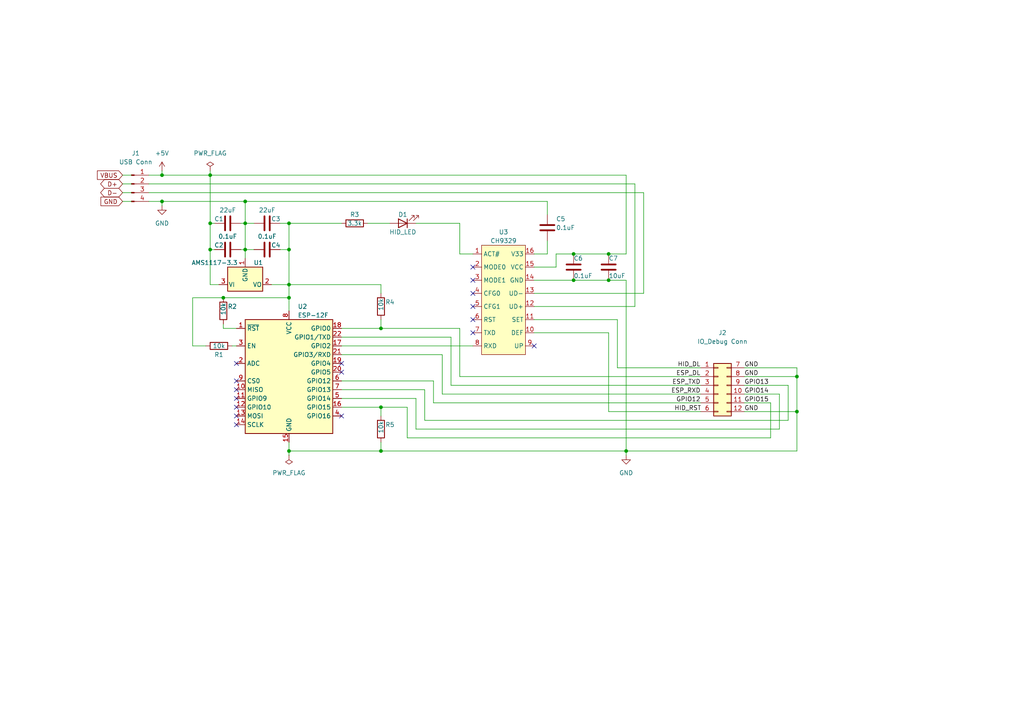
<source format=kicad_sch>
(kicad_sch (version 20211123) (generator eeschema)
  (paper "A4")
  (title_block (title "ESP8266_Tiny_USB_HID") (date "2022-03-27") (rev "Alpha 0.1") (company "Adamwuqwq"))
  (lib_symbols
    (symbol "Connector:Conn_01x04_Male" (pin_names (offset 1.016) hide)
      (property "Reference" "J" (at 0 5.08 0))
      (property "Value" "Conn_01x04_Male" (at 0 -7.62 0))
      (symbol "Conn_01x04_Male_1_1"
        (polyline (pts (xy 1.27 -5.08) (xy 0.8636 -5.08)) (stroke (width 0.1524)))
        (polyline (pts (xy 1.27 -2.54) (xy 0.8636 -2.54)) (stroke (width 0.1524)))
        (polyline (pts (xy 1.27 0) (xy 0.8636 0)) (stroke (width 0.1524)))
        (polyline (pts (xy 1.27 2.54) (xy 0.8636 2.54)) (stroke (width 0.1524)))
        (rectangle (start 0.8636 -4.953) (end 0 -5.207) (stroke (width 0.1524)) (fill (type outline)))
        (rectangle (start 0.8636 -2.413) (end 0 -2.667) (stroke (width 0.1524)) (fill (type outline)))
        (rectangle (start 0.8636 0.127) (end 0 -0.127) (stroke (width 0.1524)) (fill (type outline)))
        (rectangle (start 0.8636 2.667) (end 0 2.413) (stroke (width 0.1524)) (fill (type outline)))
        (pin passive line (at 5.08 2.54 180) (length 3.81) (name "Pin_1") (number "1"))
        (pin passive line (at 5.08 0 180) (length 3.81) (name "Pin_2") (number "2"))
        (pin passive line (at 5.08 -2.54 180) (length 3.81) (name "Pin_3") (number "3"))
        (pin passive line (at 5.08 -5.08 180) (length 3.81) (name "Pin_4") (number "4"))
      )
    )
    (symbol "Connector_Generic:Conn_02x06_Top_Bottom" (pin_names (offset 1.016) hide)
      (property "Reference" "J" (at 1.27 7.62 0))
      (property "Value" "Conn_02x06_Top_Bottom" (at 1.27 -10.16 0))
      (symbol "Conn_02x06_Top_Bottom_1_1"
        (rectangle (start -1.27 -7.493) (end 0 -7.747) (stroke (width 0.1524)))
        (rectangle (start -1.27 -4.953) (end 0 -5.207) (stroke (width 0.1524)))
        (rectangle (start -1.27 -2.413) (end 0 -2.667) (stroke (width 0.1524)))
        (rectangle (start -1.27 0.127) (end 0 -0.127) (stroke (width 0.1524)))
        (rectangle (start -1.27 2.667) (end 0 2.413) (stroke (width 0.1524)))
        (rectangle (start -1.27 5.207) (end 0 4.953) (stroke (width 0.1524)))
        (rectangle (start -1.27 6.35) (end 3.81 -8.89) (stroke (width 0.254)) (fill (type background)))
        (rectangle (start 3.81 -7.493) (end 2.54 -7.747) (stroke (width 0.1524)))
        (rectangle (start 3.81 -4.953) (end 2.54 -5.207) (stroke (width 0.1524)))
        (rectangle (start 3.81 -2.413) (end 2.54 -2.667) (stroke (width 0.1524)))
        (rectangle (start 3.81 0.127) (end 2.54 -0.127) (stroke (width 0.1524)))
        (rectangle (start 3.81 2.667) (end 2.54 2.413) (stroke (width 0.1524)))
        (rectangle (start 3.81 5.207) (end 2.54 4.953) (stroke (width 0.1524)))
        (pin passive line (at -5.08 5.08 0) (length 3.81) (name "Pin_1") (number "1"))
        (pin passive line (at 7.62 -2.54 180) (length 3.81) (name "Pin_10") (number "10"))
        (pin passive line (at 7.62 -5.08 180) (length 3.81) (name "Pin_11") (number "11"))
        (pin passive line (at 7.62 -7.62 180) (length 3.81) (name "Pin_12") (number "12"))
        (pin passive line (at -5.08 2.54 0) (length 3.81) (name "Pin_2") (number "2"))
        (pin passive line (at -5.08 0 0) (length 3.81) (name "Pin_3") (number "3"))
        (pin passive line (at -5.08 -2.54 0) (length 3.81) (name "Pin_4") (number "4"))
        (pin passive line (at -5.08 -5.08 0) (length 3.81) (name "Pin_5") (number "5"))
        (pin passive line (at -5.08 -7.62 0) (length 3.81) (name "Pin_6") (number "6"))
        (pin passive line (at 7.62 5.08 180) (length 3.81) (name "Pin_7") (number "7"))
        (pin passive line (at 7.62 2.54 180) (length 3.81) (name "Pin_8") (number "8"))
        (pin passive line (at 7.62 0 180) (length 3.81) (name "Pin_9") (number "9"))
      )
    )
    (symbol "Device:C" (pin_numbers hide) (pin_names (offset 0.254))
      (property "Reference" "C" (at 0.635 2.54 0))
      (property "Value" "C" (at 0.635 -2.54 0))
      (symbol "C_0_1"
        (polyline (pts (xy -2.032 -0.762) (xy 2.032 -0.762)) (stroke (width 0.508)))
        (polyline (pts (xy -2.032 0.762) (xy 2.032 0.762)) (stroke (width 0.508)))
      )
      (symbol "C_1_1"
        (pin passive line (at 0 3.81 270) (length 2.794) (name "~") (number "1"))
        (pin passive line (at 0 -3.81 90) (length 2.794) (name "~") (number "2"))
      )
    )
    (symbol "Device:LED" (pin_numbers hide) (pin_names (offset 1.016) hide)
      (property "Reference" "D" (at 0 2.54 0))
      (property "Value" "LED" (at 0 -2.54 0))
      (symbol "LED_0_1"
        (polyline (pts (xy -1.27 -1.27) (xy -1.27 1.27)) (stroke (width 0.254)))
        (polyline (pts (xy -1.27 0) (xy 1.27 0)))
        (polyline (pts (xy 1.27 -1.27) (xy 1.27 1.27) (xy -1.27 0) (xy 1.27 -1.27)) (stroke (width 0.254)))
        (polyline (pts (xy -3.048 -0.762) (xy -4.572 -2.286) (xy -3.81 -2.286) (xy -4.572 -2.286) (xy -4.572 -1.524)))
        (polyline (pts (xy -1.778 -0.762) (xy -3.302 -2.286) (xy -2.54 -2.286) (xy -3.302 -2.286) (xy -3.302 -1.524)))
      )
      (symbol "LED_1_1"
        (pin passive line (at -3.81 0 0) (length 2.54) (name "K") (number "1"))
        (pin passive line (at 3.81 0 180) (length 2.54) (name "A") (number "2"))
      )
    )
    (symbol "Device:R" (pin_numbers hide) (pin_names (offset 0))
      (property "Reference" "R" (at 2.032 0 90))
      (property "Value" "R" (at 0 0 90))
      (symbol "R_0_1"
        (rectangle (start -1.016 -2.54) (end 1.016 2.54) (stroke (width 0.254)))
      )
      (symbol "R_1_1"
        (pin passive line (at 0 3.81 270) (length 1.27) (name "~") (number "1"))
        (pin passive line (at 0 -3.81 90) (length 1.27) (name "~") (number "2"))
      )
    )
    (symbol "RF_Module:ESP-12F"
      (property "Reference" "U" (at -12.7 19.05 0))
      (property "Value" "ESP-12F" (at 12.7 19.05 0))
      (symbol "ESP-12F_0_1"
        (rectangle (start -12.7 17.78) (end 12.7 -15.24) (stroke (width 0.254)) (fill (type background)))
      )
      (symbol "ESP-12F_1_1"
        (pin input line (at -15.24 15.24 0) (length 2.54) (name "~{RST}") (number "1"))
        (pin bidirectional line (at -15.24 -2.54 0) (length 2.54) (name "MISO") (number "10"))
        (pin bidirectional line (at -15.24 -5.08 0) (length 2.54) (name "GPIO9") (number "11"))
        (pin bidirectional line (at -15.24 -7.62 0) (length 2.54) (name "GPIO10") (number "12"))
        (pin bidirectional line (at -15.24 -10.16 0) (length 2.54) (name "MOSI") (number "13"))
        (pin bidirectional line (at -15.24 -12.7 0) (length 2.54) (name "SCLK") (number "14"))
        (pin power_in line (at 0 -17.78 90) (length 2.54) (name "GND") (number "15"))
        (pin bidirectional line (at 15.24 -7.62 180) (length 2.54) (name "GPIO15") (number "16"))
        (pin bidirectional line (at 15.24 10.16 180) (length 2.54) (name "GPIO2") (number "17"))
        (pin bidirectional line (at 15.24 15.24 180) (length 2.54) (name "GPIO0") (number "18"))
        (pin bidirectional line (at 15.24 5.08 180) (length 2.54) (name "GPIO4") (number "19"))
        (pin input line (at -15.24 5.08 0) (length 2.54) (name "ADC") (number "2"))
        (pin bidirectional line (at 15.24 2.54 180) (length 2.54) (name "GPIO5") (number "20"))
        (pin bidirectional line (at 15.24 7.62 180) (length 2.54) (name "GPIO3/RXD") (number "21"))
        (pin bidirectional line (at 15.24 12.7 180) (length 2.54) (name "GPIO1/TXD") (number "22"))
        (pin input line (at -15.24 10.16 0) (length 2.54) (name "EN") (number "3"))
        (pin bidirectional line (at 15.24 -10.16 180) (length 2.54) (name "GPIO16") (number "4"))
        (pin bidirectional line (at 15.24 -5.08 180) (length 2.54) (name "GPIO14") (number "5"))
        (pin bidirectional line (at 15.24 0 180) (length 2.54) (name "GPIO12") (number "6"))
        (pin bidirectional line (at 15.24 -2.54 180) (length 2.54) (name "GPIO13") (number "7"))
        (pin power_in line (at 0 20.32 270) (length 2.54) (name "VCC") (number "8"))
        (pin input line (at -15.24 0 0) (length 2.54) (name "CS0") (number "9"))
      )
    )
    (symbol "Regulator_Linear:AMS1117-3.3" (pin_names (offset 0.254))
      (property "Reference" "U" (at -3.81 3.175 0))
      (property "Value" "AMS1117-3.3" (at 0 3.175 0))
      (symbol "AMS1117-3.3_0_1"
        (rectangle (start -5.08 -5.08) (end 5.08 1.905) (stroke (width 0.254)) (fill (type background)))
      )
      (symbol "AMS1117-3.3_1_1"
        (pin power_in line (at 0 -7.62 90) (length 2.54) (name "GND") (number "1"))
        (pin power_out line (at 7.62 0 180) (length 2.54) (name "VO") (number "2"))
        (pin power_in line (at -7.62 0 0) (length 2.54) (name "VI") (number "3"))
      )
    )
    (symbol "ch9329:CH9329" (pin_names (offset 0.5))
      (property "Reference" "U3" (at 0 19.05 0))
      (property "Value" "CH9329" (at 0 16.51 0))
      (symbol "CH9329_0_1"
        (rectangle (start -6.35 15.24) (end 6.35 -16.51) (fill (type background)))
      )
      (symbol "CH9329_1_1"
        (pin output line (at -8.89 12.7 0) (length 2.54) (name "ACT#") (number "1"))
        (pin input line (at 8.89 -10.16 180) (length 2.54) (name "DEF") (number "10"))
        (pin input line (at 8.89 -6.35 180) (length 2.54) (name "SET") (number "11"))
        (pin bidirectional line (at 8.89 -2.54 180) (length 2.54) (name "UD+") (number "12"))
        (pin bidirectional line (at 8.89 1.27 180) (length 2.54) (name "UD-") (number "13"))
        (pin power_in line (at 8.89 5.08 180) (length 2.54) (name "GND") (number "14"))
        (pin power_in line (at 8.89 8.89 180) (length 2.54) (name "VCC") (number "15"))
        (pin free line (at 8.89 12.7 180) (length 2.54) (name "V33") (number "16"))
        (pin input line (at -8.89 8.89 0) (length 2.54) (name "MODE0") (number "2"))
        (pin input line (at -8.89 5.08 0) (length 2.54) (name "MODE1") (number "3"))
        (pin input line (at -8.89 1.27 0) (length 2.54) (name "CFG0") (number "4"))
        (pin input line (at -8.89 -2.54 0) (length 2.54) (name "CFG1") (number "5"))
        (pin input line (at -8.89 -6.35 0) (length 2.54) (name "RST") (number "6"))
        (pin output line (at -8.89 -10.16 0) (length 2.54) (name "TXD") (number "7"))
        (pin input line (at -8.89 -13.97 0) (length 2.54) (name "RXD") (number "8"))
        (pin output line (at 8.89 -13.97 180) (length 2.54) (name "UP") (number "9"))
      )
    )
    (symbol "power:+5V" (power) (pin_names (offset 0))
      (property "Value" "+5V" (at 0 3.556 0))
      (symbol "+5V_0_1"
        (polyline (pts (xy -0.762 1.27) (xy 0 2.54)))
        (polyline (pts (xy 0 0) (xy 0 2.54)))
        (polyline (pts (xy 0 2.54) (xy 0.762 1.27)))
      )
      (symbol "+5V_1_1"
        (pin power_in line (at 0 0 90) (length 0) hide (name "+5V") (number "1"))
      )
    )
    (symbol "power:GND" (power) (pin_names (offset 0))
      (property "Value" "GND" (at 0 -3.81 0))
      (symbol "GND_0_1"
        (polyline (pts (xy 0 0) (xy 0 -1.27) (xy 1.27 -1.27) (xy 0 -2.54) (xy -1.27 -1.27) (xy 0 -1.27)))
      )
      (symbol "GND_1_1"
        (pin power_in line (at 0 0 270) (length 0) hide (name "GND") (number "1"))
      )
    )
    (symbol "power:PWR_FLAG" (power) (pin_numbers hide) (pin_names (offset 0) hide)
      (property "Value" "PWR_FLAG" (at 0 3.81 0))
      (symbol "PWR_FLAG_0_0"
        (pin power_out line (at 0 0 90) (length 0) (name "pwr") (number "1"))
      )
      (symbol "PWR_FLAG_0_1"
        (polyline (pts (xy 0 0) (xy 0 1.27) (xy -1.016 1.905) (xy 0 2.54) (xy 1.016 1.905) (xy 0 1.27)))
      )
    )
  )
  (junction (at 176.53 81.28))
  (junction (at 110.49 118.11))
  (junction (at 71.12 58.42))
  (junction (at 176.53 73.66))
  (junction (at 60.96 72.39))
  (junction (at 46.99 58.42))
  (junction (at 83.82 72.39))
  (junction (at 83.82 64.77))
  (junction (at 71.12 64.77))
  (junction (at 110.49 130.81))
  (junction (at 64.77 86.36))
  (junction (at 83.82 86.36))
  (junction (at 231.14 119.38))
  (junction (at 231.14 109.22))
  (junction (at 60.96 64.77))
  (junction (at 181.61 130.81))
  (junction (at 166.37 73.66))
  (junction (at 83.82 130.81))
  (junction (at 71.12 72.39))
  (junction (at 60.96 50.8))
  (junction (at 166.37 81.28))
  (junction (at 46.99 50.8))
  (junction (at 110.49 95.25))
  (junction (at 83.82 82.55))
  (no_connect (at 137.16 77.47))
  (no_connect (at 137.16 81.28))
  (no_connect (at 137.16 85.09))
  (no_connect (at 137.16 88.9))
  (no_connect (at 137.16 92.71))
  (no_connect (at 137.16 96.52))
  (no_connect (at 68.58 123.19))
  (no_connect (at 154.94 100.33))
  (no_connect (at 99.06 105.41))
  (no_connect (at 99.06 107.95))
  (no_connect (at 99.06 120.65))
  (no_connect (at 68.58 105.41))
  (no_connect (at 68.58 120.65))
  (no_connect (at 68.58 118.11))
  (no_connect (at 68.58 115.57))
  (no_connect (at 68.58 113.03))
  (no_connect (at 68.58 110.49))
  (wire (pts (xy 55.88 100.33) (xy 55.88 86.36)))
  (wire (pts (xy 179.07 92.71) (xy 179.07 106.68)))
  (wire (pts (xy 158.75 73.66) (xy 158.75 69.85)))
  (wire (pts (xy 120.65 115.57) (xy 120.65 124.46)))
  (wire (pts (xy 133.35 109.22) (xy 203.2 109.22)))
  (wire (pts (xy 226.06 114.3) (xy 226.06 124.46)))
  (wire (pts (xy 60.96 50.8) (xy 60.96 64.77)))
  (wire (pts (xy 118.11 118.11) (xy 118.11 127)))
  (wire (pts (xy 228.6 121.92) (xy 228.6 111.76)))
  (wire (pts (xy 181.61 81.28) (xy 181.61 130.81)))
  (wire (pts (xy 69.85 64.77) (xy 71.12 64.77)))
  (wire (pts (xy 99.06 100.33) (xy 137.16 100.33)))
  (wire (pts (xy 43.18 50.8) (xy 46.99 50.8)))
  (wire (pts (xy 60.96 64.77) (xy 62.23 64.77)))
  (wire (pts (xy 110.49 82.55) (xy 110.49 85.09)))
  (wire (pts (xy 176.53 119.38) (xy 203.2 119.38)))
  (wire (pts (xy 106.68 64.77) (xy 113.03 64.77)))
  (wire (pts (xy 120.65 64.77) (xy 133.35 64.77)))
  (wire (pts (xy 83.82 64.77) (xy 99.06 64.77)))
  (wire (pts (xy 35.56 58.42) (xy 38.1 58.42)))
  (wire (pts (xy 83.82 82.55) (xy 110.49 82.55)))
  (wire (pts (xy 99.06 102.87) (xy 128.27 102.87)))
  (wire (pts (xy 215.9 119.38) (xy 231.14 119.38)))
  (wire (pts (xy 154.94 92.71) (xy 179.07 92.71)))
  (wire (pts (xy 99.06 110.49) (xy 125.73 110.49)))
  (wire (pts (xy 154.94 88.9) (xy 184.15 88.9)))
  (wire (pts (xy 46.99 50.8) (xy 60.96 50.8)))
  (wire (pts (xy 176.53 96.52) (xy 176.53 119.38)))
  (wire (pts (xy 110.49 95.25) (xy 110.49 92.71)))
  (wire (pts (xy 55.88 100.33) (xy 59.69 100.33)))
  (wire (pts (xy 133.35 73.66) (xy 137.16 73.66)))
  (wire (pts (xy 215.9 109.22) (xy 231.14 109.22)))
  (wire (pts (xy 46.99 58.42) (xy 46.99 59.69)))
  (wire (pts (xy 154.94 77.47) (xy 161.29 77.47)))
  (wire (pts (xy 60.96 72.39) (xy 62.23 72.39)))
  (wire (pts (xy 223.52 116.84) (xy 223.52 127)))
  (wire (pts (xy 71.12 72.39) (xy 73.66 72.39)))
  (wire (pts (xy 69.85 72.39) (xy 71.12 72.39)))
  (wire (pts (xy 226.06 124.46) (xy 120.65 124.46)))
  (wire (pts (xy 118.11 127) (xy 223.52 127)))
  (wire (pts (xy 64.77 93.98) (xy 64.77 95.25)))
  (wire (pts (xy 71.12 64.77) (xy 73.66 64.77)))
  (wire (pts (xy 231.14 106.68) (xy 215.9 106.68)))
  (wire (pts (xy 154.94 81.28) (xy 166.37 81.28)))
  (wire (pts (xy 181.61 50.8) (xy 181.61 73.66)))
  (wire (pts (xy 123.19 121.92) (xy 228.6 121.92)))
  (wire (pts (xy 215.9 114.3) (xy 226.06 114.3)))
  (wire (pts (xy 181.61 130.81) (xy 231.14 130.81)))
  (wire (pts (xy 99.06 113.03) (xy 123.19 113.03)))
  (wire (pts (xy 60.96 82.55) (xy 60.96 72.39)))
  (wire (pts (xy 128.27 114.3) (xy 203.2 114.3)))
  (wire (pts (xy 130.81 111.76) (xy 203.2 111.76)))
  (wire (pts (xy 161.29 77.47) (xy 161.29 73.66)))
  (wire (pts (xy 99.06 118.11) (xy 110.49 118.11)))
  (wire (pts (xy 125.73 110.49) (xy 125.73 116.84)))
  (wire (pts (xy 99.06 95.25) (xy 110.49 95.25)))
  (wire (pts (xy 154.94 85.09) (xy 186.69 85.09)))
  (wire (pts (xy 110.49 118.11) (xy 110.49 120.65)))
  (wire (pts (xy 46.99 58.42) (xy 71.12 58.42)))
  (wire (pts (xy 43.18 53.34) (xy 184.15 53.34)))
  (wire (pts (xy 46.99 49.53) (xy 46.99 50.8)))
  (wire (pts (xy 64.77 86.36) (xy 83.82 86.36)))
  (wire (pts (xy 166.37 81.28) (xy 176.53 81.28)))
  (wire (pts (xy 133.35 95.25) (xy 133.35 109.22)))
  (wire (pts (xy 186.69 55.88) (xy 186.69 85.09)))
  (wire (pts (xy 231.14 109.22) (xy 231.14 106.68)))
  (wire (pts (xy 215.9 116.84) (xy 223.52 116.84)))
  (wire (pts (xy 99.06 115.57) (xy 120.65 115.57)))
  (wire (pts (xy 231.14 109.22) (xy 231.14 119.38)))
  (wire (pts (xy 99.06 97.79) (xy 130.81 97.79)))
  (wire (pts (xy 154.94 96.52) (xy 176.53 96.52)))
  (wire (pts (xy 181.61 130.81) (xy 181.61 132.08)))
  (wire (pts (xy 83.82 64.77) (xy 83.82 72.39)))
  (wire (pts (xy 60.96 50.8) (xy 181.61 50.8)))
  (wire (pts (xy 110.49 128.27) (xy 110.49 130.81)))
  (wire (pts (xy 83.82 86.36) (xy 83.82 90.17)))
  (wire (pts (xy 35.56 55.88) (xy 38.1 55.88)))
  (wire (pts (xy 81.28 64.77) (xy 83.82 64.77)))
  (wire (pts (xy 166.37 73.66) (xy 176.53 73.66)))
  (wire (pts (xy 128.27 102.87) (xy 128.27 114.3)))
  (wire (pts (xy 71.12 58.42) (xy 71.12 64.77)))
  (wire (pts (xy 64.77 95.25) (xy 68.58 95.25)))
  (wire (pts (xy 35.56 50.8) (xy 38.1 50.8)))
  (wire (pts (xy 60.96 49.53) (xy 60.96 50.8)))
  (wire (pts (xy 81.28 72.39) (xy 83.82 72.39)))
  (wire (pts (xy 130.81 97.79) (xy 130.81 111.76)))
  (wire (pts (xy 125.73 116.84) (xy 203.2 116.84)))
  (wire (pts (xy 35.56 53.34) (xy 38.1 53.34)))
  (wire (pts (xy 71.12 72.39) (xy 71.12 74.93)))
  (wire (pts (xy 231.14 119.38) (xy 231.14 130.81)))
  (wire (pts (xy 83.82 128.27) (xy 83.82 130.81)))
  (wire (pts (xy 110.49 130.81) (xy 181.61 130.81)))
  (wire (pts (xy 43.18 55.88) (xy 186.69 55.88)))
  (wire (pts (xy 60.96 72.39) (xy 60.96 64.77)))
  (wire (pts (xy 176.53 73.66) (xy 181.61 73.66)))
  (wire (pts (xy 110.49 95.25) (xy 133.35 95.25)))
  (wire (pts (xy 83.82 72.39) (xy 83.82 82.55)))
  (wire (pts (xy 55.88 86.36) (xy 64.77 86.36)))
  (wire (pts (xy 83.82 82.55) (xy 83.82 86.36)))
  (wire (pts (xy 154.94 73.66) (xy 158.75 73.66)))
  (wire (pts (xy 133.35 64.77) (xy 133.35 73.66)))
  (wire (pts (xy 184.15 53.34) (xy 184.15 88.9)))
  (wire (pts (xy 83.82 130.81) (xy 83.82 132.08)))
  (wire (pts (xy 63.5 82.55) (xy 60.96 82.55)))
  (wire (pts (xy 78.74 82.55) (xy 83.82 82.55)))
  (wire (pts (xy 83.82 130.81) (xy 110.49 130.81)))
  (wire (pts (xy 179.07 106.68) (xy 203.2 106.68)))
  (wire (pts (xy 161.29 73.66) (xy 166.37 73.66)))
  (wire (pts (xy 176.53 81.28) (xy 181.61 81.28)))
  (wire (pts (xy 228.6 111.76) (xy 215.9 111.76)))
  (wire (pts (xy 67.31 100.33) (xy 68.58 100.33)))
  (wire (pts (xy 110.49 118.11) (xy 118.11 118.11)))
  (wire (pts (xy 71.12 64.77) (xy 71.12 72.39)))
  (wire (pts (xy 71.12 58.42) (xy 158.75 58.42)))
  (wire (pts (xy 43.18 58.42) (xy 46.99 58.42)))
  (wire (pts (xy 123.19 113.03) (xy 123.19 121.92)))
  (wire (pts (xy 158.75 58.42) (xy 158.75 62.23)))
  (label "GPIO12" (at 203.2 116.84 180))
  (label "GPIO13" (at 215.9 111.76 0))
  (label "ESP_RXD" (at 203.2 114.3 180))
  (label "GND" (at 215.9 119.38 0))
  (label "GPIO14" (at 215.9 114.3 0))
  (label "GPIO15" (at 215.9 116.84 0))
  (label "HID_DL" (at 203.2 106.68 180))
  (label "GND" (at 215.9 106.68 0))
  (label "HID_RST" (at 195.58 119.38 0))
  (label "GND" (at 215.9 109.22 0))
  (label "ESP_TXD" (at 203.2 111.76 180))
  (label "ESP_DL" (at 203.2 109.22 180))
  (global_label "VBUS" (shape input) (at 35.56 50.8 180) (property "Intersheet References" "${INTERSHEET_REFS}" (effects hide)))
  (global_label "GND" (shape input) (at 35.56 58.42 180) (property "Intersheet References" "${INTERSHEET_REFS}" (effects hide)))
  (global_label "D-" (shape bidirectional) (at 35.56 55.88 180) (property "Intersheet References" "${INTERSHEET_REFS}" (effects hide)))
  (global_label "D+" (shape bidirectional) (at 35.56 53.34 180) (property "Intersheet References" "${INTERSHEET_REFS}" (effects hide)))
  (symbol (lib_id "Device:LED") (at 116.84 64.77 180) (unit 1)
    (property "Reference" "D1" (at 116.84 62.23 0))
    (property "Value" "HID_LED" (at 116.84 67.31 0))
    (property "Footprint" "LED_SMD:LED_0603_1608Metric" (effects hide))
  )
  (symbol (lib_id "RF_Module:ESP-12F") (at 83.82 110.49 0) (unit 1)
    (property "Reference" "U2" (at 86.36 88.9 0) (effects (justify left)))
    (property "Value" "ESP-12F" (at 86.36 91.44 0) (effects (justify left)))
    (property "Footprint" "RF_Module:ESP-12E" (effects hide))
    (property "Datasheet" "http://wiki.ai-thinker.com/_media/esp8266/esp8266_series_modules_user_manual_v1.1.pdf" (effects hide))
  )
  (symbol (lib_id "Device:C") (at 166.37 77.47 0) (unit 1)
    (property "Reference" "C6" (at 166.37 74.93 0) (effects (justify left)))
    (property "Value" "0.1uF" (at 166.37 80.01 0) (effects (justify left)))
    (property "Footprint" "Capacitor_SMD:C_0603_1608Metric" (effects hide))
  )
  (symbol (lib_id "ch9329:CH9329") (at 146.05 86.36 0) (unit 1)
    (property "Reference" "U3" (at 146.05 67.31 0))
    (property "Value" "CH9329" (at 146.05 69.85 0))
    (property "Footprint" "Package_SO:SOP-16_3.9x9.9mm_P1.27mm" (effects hide))
  )
  (symbol (lib_id "power:GND") (at 181.61 132.08 0) (unit 1)
    (property "Reference" "#PWR03" (effects hide))
    (property "Value" "GND" (at 181.61 137.16 0))
  )
  (symbol (lib_id "Device:R") (at 110.49 88.9 0) (unit 1)
    (property "Reference" "R4" (at 111.76 87.63 0) (effects (justify left)))
    (property "Value" "10k" (at 110.49 90.17 90) (effects (justify left)))
    (property "Footprint" "Resistor_SMD:R_0603_1608Metric" (effects hide))
  )
  (symbol (lib_id "Device:C") (at 158.75 66.04 0) (unit 1)
    (property "Reference" "C5" (at 161.29 63.5 0) (effects (justify left)))
    (property "Value" "0.1uF" (at 161.29 66.04 0) (effects (justify left)))
    (property "Footprint" "Capacitor_SMD:C_0603_1608Metric" (effects hide))
  )
  (symbol (lib_id "power:PWR_FLAG") (at 60.96 49.53 0) (unit 1)
    (property "Reference" "#FLG01" (effects hide))
    (property "Value" "PWR_FLAG" (at 60.96 44.45 0))
  )
  (symbol (lib_id "power:GND") (at 46.99 59.69 0) (unit 1)
    (property "Reference" "#PWR02" (effects hide))
    (property "Value" "GND" (at 46.99 64.77 0))
  )
  (symbol (lib_id "Device:R") (at 102.87 64.77 90) (unit 1)
    (property "Reference" "R3" (at 102.87 62.23 90))
    (property "Value" "3.3k" (at 102.87 64.77 90))
    (property "Footprint" "Resistor_SMD:R_0603_1608Metric" (effects hide))
  )
  (symbol (lib_id "Device:C") (at 77.47 72.39 90) (unit 1)
    (property "Reference" "C4" (at 80.01 71.12 90))
    (property "Value" "0.1uF" (at 77.47 68.58 90))
    (property "Footprint" "Capacitor_SMD:C_0603_1608Metric" (effects hide))
  )
  (symbol (lib_id "Device:C") (at 77.47 64.77 90) (unit 1)
    (property "Reference" "C3" (at 80.01 63.5 90))
    (property "Value" "22uF" (at 77.47 60.96 90))
    (property "Footprint" "Capacitor_SMD:C_0603_1608Metric" (effects hide))
  )
  (symbol (lib_id "power:PWR_FLAG") (at 83.82 132.08 180) (unit 1)
    (property "Reference" "#FLG02" (effects hide))
    (property "Value" "PWR_FLAG" (at 83.82 137.16 0))
  )
  (symbol (lib_id "Device:R") (at 64.77 90.17 0) (unit 1)
    (property "Reference" "R2" (at 66.04 88.9 0) (effects (justify left)))
    (property "Value" "10k" (at 64.77 91.44 90) (effects (justify left)))
    (property "Footprint" "Resistor_SMD:R_0603_1608Metric" (effects hide))
  )
  (symbol (lib_id "Device:R") (at 63.5 100.33 90) (unit 1)
    (property "Reference" "R1" (at 63.5 102.87 90))
    (property "Value" "10k" (at 63.5 100.33 90))
    (property "Footprint" "Resistor_SMD:R_0603_1608Metric" (effects hide))
  )
  (symbol (lib_id "power:+5V") (at 46.99 49.53 0) (unit 1)
    (property "Reference" "#PWR01" (effects hide))
    (property "Value" "+5V" (at 46.99 44.45 0))
  )
  (symbol (lib_id "Connector:Conn_01x04_Male") (at 38.1 53.34 0) (unit 1)
    (property "Reference" "J1" (at 39.37 44.45 0))
    (property "Value" "USB Conn" (at 39.37 46.99 0))
    (property "Footprint" "Connector_PinHeader_2.54mm:PinHeader_1x04_P2.54mm_Vertical" (effects hide))
  )
  (symbol (lib_id "Connector_Generic:Conn_02x06_Top_Bottom") (at 208.28 111.76 0) (unit 1)
    (property "Reference" "J2" (at 209.55 96.52 0))
    (property "Value" "IO_Debug Conn" (at 209.55 99.06 0))
    (property "Footprint" "Connector_PinHeader_2.54mm:PinHeader_2x05_P2.54mm_Vertical" (effects hide))
  )
  (symbol (lib_id "Regulator_Linear:AMS1117-3.3") (at 71.12 82.55 0) (mirror x) (unit 1)
    (property "Reference" "U1" (at 74.93 76.2 0))
    (property "Value" "AMS1117-3.3" (at 62.23 76.2 0))
    (property "Footprint" "Package_TO_SOT_SMD:SOT-223-3_TabPin2" (effects hide))
    (property "Datasheet" "http://www.advanced-monolithic.com/pdf/ds1117.pdf" (effects hide))
  )
  (symbol (lib_id "Device:R") (at 110.49 124.46 0) (unit 1)
    (property "Reference" "R5" (at 111.76 123.19 0) (effects (justify left)))
    (property "Value" "10k" (at 110.49 125.73 90) (effects (justify left)))
    (property "Footprint" "Resistor_SMD:R_0603_1608Metric" (effects hide))
  )
  (symbol (lib_id "Device:C") (at 66.04 72.39 270) (unit 1)
    (property "Reference" "C2" (at 63.5 71.12 90))
    (property "Value" "0.1uF" (at 66.04 68.58 90))
    (property "Footprint" "Capacitor_SMD:C_0603_1608Metric" (effects hide))
  )
  (symbol (lib_id "Device:C") (at 66.04 64.77 270) (unit 1)
    (property "Reference" "C1" (at 63.5 63.5 90))
    (property "Value" "22uF" (at 66.04 60.96 90))
    (property "Footprint" "Capacitor_SMD:C_0603_1608Metric" (effects hide))
  )
  (symbol (lib_id "Device:C") (at 176.53 77.47 0) (unit 1)
    (property "Reference" "C7" (at 176.53 74.93 0) (effects (justify left)))
    (property "Value" "10uF" (at 176.53 80.01 0) (effects (justify left)))
    (property "Footprint" "Capacitor_SMD:C_0603_1608Metric" (effects hide))
  )
)
</source>
